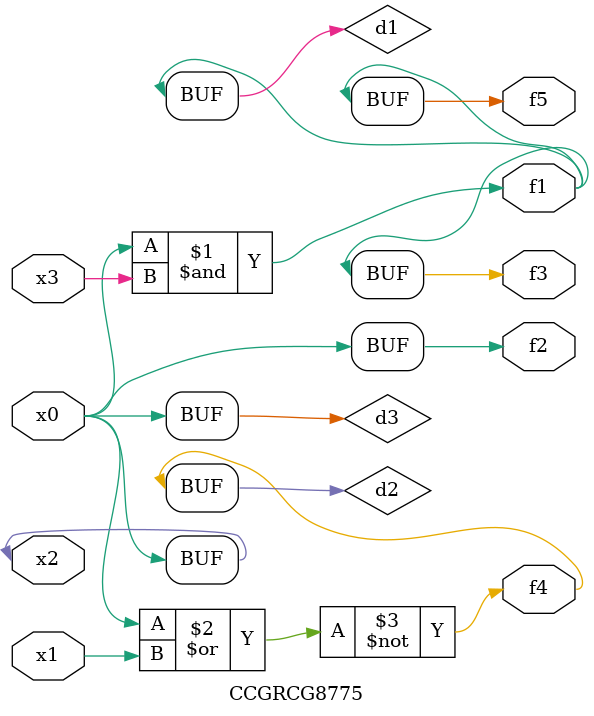
<source format=v>
module CCGRCG8775(
	input x0, x1, x2, x3,
	output f1, f2, f3, f4, f5
);

	wire d1, d2, d3;

	and (d1, x2, x3);
	nor (d2, x0, x1);
	buf (d3, x0, x2);
	assign f1 = d1;
	assign f2 = d3;
	assign f3 = d1;
	assign f4 = d2;
	assign f5 = d1;
endmodule

</source>
